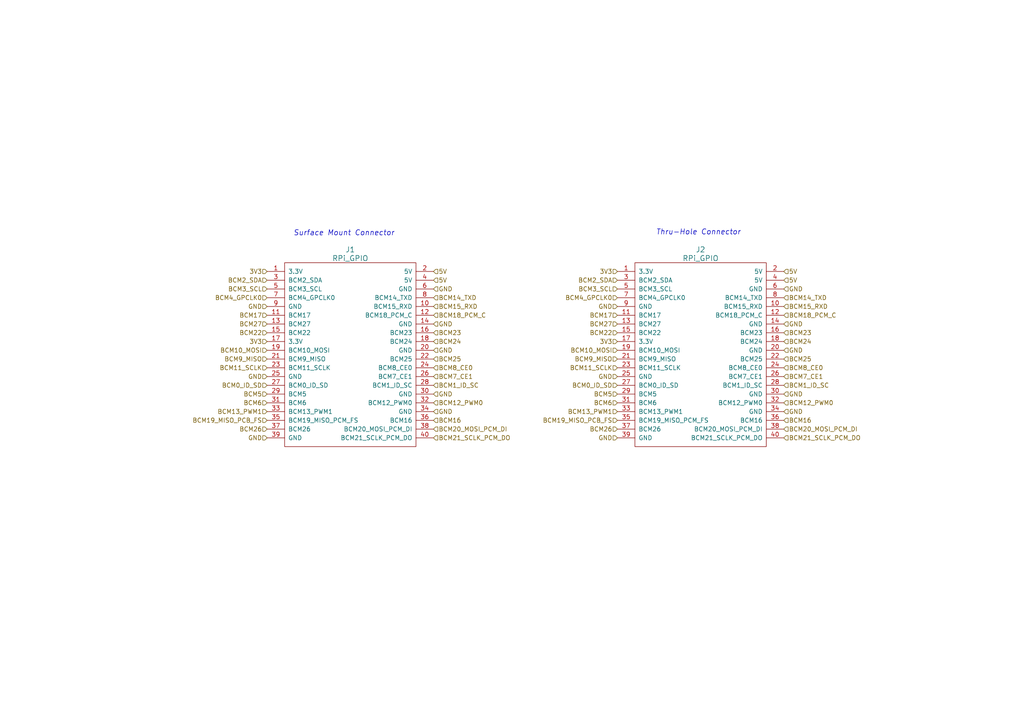
<source format=kicad_sch>
(kicad_sch (version 20231120) (generator "eeschema") (generator_version "8.0")
  (paper "A4")
  (lib_symbols
    (symbol "RPi_Hat1:RPi_GPIO_1" (pin_names (offset 1.016))
      (property "Reference" "J1" (at 19.05 6.35 0))
      (property "Value" "RPi_GPIO" (at 19.05 3.81 0))
      (symbol "RPi_GPIO_1_0_1"
        (rectangle (start 0 2.54) (end 38.1 -50.8))
      )
      (symbol "RPi_GPIO_1_1_1"
        (pin power_in line (at -5.08 0 0) (length 5.08) (name "3.3V") (number "1"))
        (pin bidirectional line (at 43.18 -10.16 180) (length 5.08) (name "BCM15_RXD") (number "10"))
        (pin bidirectional line (at -5.08 -12.7 0) (length 5.08) (name "BCM17") (number "11"))
        (pin bidirectional line (at 43.18 -12.7 180) (length 5.08) (name "BCM18_PCM_C") (number "12"))
        (pin bidirectional line (at -5.08 -15.24 0) (length 5.08) (name "BCM27") (number "13"))
        (pin power_in line (at 43.18 -15.24 180) (length 5.08) (name "GND") (number "14"))
        (pin bidirectional line (at -5.08 -17.78 0) (length 5.08) (name "BCM22") (number "15"))
        (pin bidirectional line (at 43.18 -17.78 180) (length 5.08) (name "BCM23") (number "16"))
        (pin power_in line (at -5.08 -20.32 0) (length 5.08) (name "3.3V") (number "17"))
        (pin bidirectional line (at 43.18 -20.32 180) (length 5.08) (name "BCM24") (number "18"))
        (pin bidirectional line (at -5.08 -22.86 0) (length 5.08) (name "BCM10_MOSI") (number "19"))
        (pin power_in line (at 43.18 0 180) (length 5.08) (name "5V") (number "2"))
        (pin power_in line (at 43.18 -22.86 180) (length 5.08) (name "GND") (number "20"))
        (pin bidirectional line (at -5.08 -25.4 0) (length 5.08) (name "BCM9_MISO") (number "21"))
        (pin bidirectional line (at 43.18 -25.4 180) (length 5.08) (name "BCM25") (number "22"))
        (pin bidirectional line (at -5.08 -27.94 0) (length 5.08) (name "BCM11_SCLK") (number "23"))
        (pin bidirectional line (at 43.18 -27.94 180) (length 5.08) (name "BCM8_CE0") (number "24"))
        (pin power_in line (at -5.08 -30.48 0) (length 5.08) (name "GND") (number "25"))
        (pin bidirectional line (at 43.18 -30.48 180) (length 5.08) (name "BCM7_CE1") (number "26"))
        (pin bidirectional line (at -5.08 -33.02 0) (length 5.08) (name "BCM0_ID_SD") (number "27"))
        (pin bidirectional line (at 43.18 -33.02 180) (length 5.08) (name "BCM1_ID_SC") (number "28"))
        (pin bidirectional line (at -5.08 -35.56 0) (length 5.08) (name "BCM5") (number "29"))
        (pin bidirectional line (at -5.08 -2.54 0) (length 5.08) (name "BCM2_SDA") (number "3"))
        (pin power_in line (at 43.18 -35.56 180) (length 5.08) (name "GND") (number "30"))
        (pin bidirectional line (at -5.08 -38.1 0) (length 5.08) (name "BCM6") (number "31"))
        (pin bidirectional line (at 43.18 -38.1 180) (length 5.08) (name "BCM12_PWM0") (number "32"))
        (pin bidirectional line (at -5.08 -40.64 0) (length 5.08) (name "BCM13_PWM1") (number "33"))
        (pin power_in line (at 43.18 -40.64 180) (length 5.08) (name "GND") (number "34"))
        (pin bidirectional line (at -5.08 -43.18 0) (length 5.08) (name "BCM19_MISO_PCM_FS") (number "35"))
        (pin bidirectional line (at 43.18 -43.18 180) (length 5.08) (name "BCM16") (number "36"))
        (pin bidirectional line (at -5.08 -45.72 0) (length 5.08) (name "BCM26") (number "37"))
        (pin bidirectional line (at 43.18 -45.72 180) (length 5.08) (name "BCM20_MOSI_PCM_DI") (number "38"))
        (pin power_in line (at -5.08 -48.26 0) (length 5.08) (name "GND") (number "39"))
        (pin power_in line (at 43.18 -2.54 180) (length 5.08) (name "5V") (number "4"))
        (pin bidirectional line (at 43.18 -48.26 180) (length 5.08) (name "BCM21_SCLK_PCM_DO") (number "40"))
        (pin bidirectional line (at -5.08 -5.08 0) (length 5.08) (name "BCM3_SCL") (number "5"))
        (pin power_in line (at 43.18 -5.08 180) (length 5.08) (name "GND") (number "6"))
        (pin bidirectional line (at -5.08 -7.62 0) (length 5.08) (name "BCM4_GPCLK0") (number "7"))
        (pin bidirectional line (at 43.18 -7.62 180) (length 5.08) (name "BCM14_TXD") (number "8"))
        (pin power_in line (at -5.08 -10.16 0) (length 5.08) (name "GND") (number "9"))
      )
    )
  )
  (text "Thru-Hole Connector" (at 190.246 68.326 0) (effects (font (size 1.524 1.524) (italic yes)) (justify left bottom)))
  (text "Surface Mount Connector" (at 85.09 68.58 0) (effects (font (size 1.524 1.524) (italic yes)) (justify left bottom)))
  (hierarchical_label "GND" (shape input) (at 227.33 114.3 0))
  (hierarchical_label "BCM11_SCLK" (shape input) (at 77.47 106.68 180))
  (hierarchical_label "BCM8_CE0" (shape input) (at 125.73 106.68 0))
  (hierarchical_label "BCM23" (shape input) (at 227.33 96.52 0))
  (hierarchical_label "BCM27" (shape input) (at 77.47 93.98 180))
  (hierarchical_label "5V" (shape input) (at 125.73 81.28 0))
  (hierarchical_label "BCM18_PCM_C" (shape input) (at 125.73 91.44 0))
  (hierarchical_label "BCM24" (shape input) (at 125.73 99.06 0))
  (hierarchical_label "BCM22" (shape input) (at 179.07 96.52 180))
  (hierarchical_label "BCM25" (shape input) (at 227.33 104.14 0))
  (hierarchical_label "3V3" (shape input) (at 179.07 78.74 180))
  (hierarchical_label "BCM15_RXD" (shape input) (at 125.73 88.9 0))
  (hierarchical_label "GND" (shape input) (at 179.07 88.9 180))
  (hierarchical_label "GND" (shape input) (at 125.73 83.82 0))
  (hierarchical_label "5V" (shape input) (at 125.73 78.74 0))
  (hierarchical_label "BCM4_GPCLK0" (shape input) (at 179.07 86.36 180))
  (hierarchical_label "BCM17" (shape input) (at 77.47 91.44 180))
  (hierarchical_label "BCM20_MOSI_PCM_DI" (shape input) (at 125.73 124.46 0))
  (hierarchical_label "BCM14_TXD" (shape input) (at 227.33 86.36 0))
  (hierarchical_label "BCM12_PWM0" (shape input) (at 125.73 116.84 0))
  (hierarchical_label "BCM1_ID_SC" (shape input) (at 227.33 111.76 0))
  (hierarchical_label "GND" (shape input) (at 77.47 88.9 180))
  (hierarchical_label "BCM27" (shape input) (at 179.07 93.98 180))
  (hierarchical_label "BCM26" (shape input) (at 179.07 124.46 180))
  (hierarchical_label "BCM10_MOSI" (shape input) (at 77.47 101.6 180))
  (hierarchical_label "BCM2_SDA" (shape input) (at 179.07 81.28 180))
  (hierarchical_label "BCM15_RXD" (shape input) (at 227.33 88.9 0))
  (hierarchical_label "BCM21_SCLK_PCM_DO" (shape input) (at 125.73 127 0))
  (hierarchical_label "BCM9_MISO" (shape input) (at 179.07 104.14 180))
  (hierarchical_label "BCM17" (shape input) (at 179.07 91.44 180))
  (hierarchical_label "BCM1_ID_SC" (shape input) (at 125.73 111.76 0))
  (hierarchical_label "GND" (shape input) (at 125.73 93.98 0))
  (hierarchical_label "GND" (shape input) (at 77.47 127 180))
  (hierarchical_label "BCM20_MOSI_PCM_DI" (shape input) (at 227.33 124.46 0))
  (hierarchical_label "GND" (shape input) (at 227.33 83.82 0))
  (hierarchical_label "BCM4_GPCLK0" (shape input) (at 77.47 86.36 180))
  (hierarchical_label "5V" (shape input) (at 227.33 78.74 0))
  (hierarchical_label "BCM14_TXD" (shape input) (at 125.73 86.36 0))
  (hierarchical_label "BCM2_SDA" (shape input) (at 77.47 81.28 180))
  (hierarchical_label "3V3" (shape input) (at 179.07 99.06 180))
  (hierarchical_label "BCM12_PWM0" (shape input) (at 227.33 116.84 0))
  (hierarchical_label "BCM6" (shape input) (at 77.47 116.84 180))
  (hierarchical_label "BCM23" (shape input) (at 125.73 96.52 0))
  (hierarchical_label "BCM9_MISO" (shape input) (at 77.47 104.14 180))
  (hierarchical_label "BCM24" (shape input) (at 227.33 99.06 0))
  (hierarchical_label "BCM26" (shape input) (at 77.47 124.46 180))
  (hierarchical_label "BCM13_PWM1" (shape input) (at 77.47 119.38 180))
  (hierarchical_label "BCM18_PCM_C" (shape input) (at 227.33 91.44 0))
  (hierarchical_label "GND" (shape input) (at 125.73 101.6 0))
  (hierarchical_label "GND" (shape input) (at 179.07 127 180))
  (hierarchical_label "GND" (shape input) (at 125.73 114.3 0))
  (hierarchical_label "BCM3_SCL" (shape input) (at 77.47 83.82 180))
  (hierarchical_label "BCM0_ID_SD" (shape input) (at 179.07 111.76 180))
  (hierarchical_label "GND" (shape input) (at 227.33 93.98 0))
  (hierarchical_label "BCM3_SCL" (shape input) (at 179.07 83.82 180))
  (hierarchical_label "BCM5" (shape input) (at 179.07 114.3 180))
  (hierarchical_label "BCM7_CE1" (shape input) (at 227.33 109.22 0))
  (hierarchical_label "BCM6" (shape input) (at 179.07 116.84 180))
  (hierarchical_label "GND" (shape input) (at 179.07 109.22 180))
  (hierarchical_label "3V3" (shape input) (at 77.47 78.74 180))
  (hierarchical_label "BCM22" (shape input) (at 77.47 96.52 180))
  (hierarchical_label "BCM7_CE1" (shape input) (at 125.73 109.22 0))
  (hierarchical_label "GND" (shape input) (at 227.33 101.6 0))
  (hierarchical_label "BCM8_CE0" (shape input) (at 227.33 106.68 0))
  (hierarchical_label "3V3" (shape input) (at 77.47 99.06 180))
  (hierarchical_label "BCM11_SCLK" (shape input) (at 179.07 106.68 180))
  (hierarchical_label "BCM16" (shape input) (at 227.33 121.92 0))
  (hierarchical_label "GND" (shape input) (at 227.33 119.38 0))
  (hierarchical_label "BCM16" (shape input) (at 125.73 121.92 0))
  (hierarchical_label "BCM10_MOSI" (shape input) (at 179.07 101.6 180))
  (hierarchical_label "BCM19_MISO_PCB_FS" (shape input) (at 77.47 121.92 180))
  (hierarchical_label "BCM13_PWM1" (shape input) (at 179.07 119.38 180))
  (hierarchical_label "GND" (shape input) (at 125.73 119.38 0))
  (hierarchical_label "BCM5" (shape input) (at 77.47 114.3 180))
  (hierarchical_label "5V" (shape input) (at 227.33 81.28 0))
  (hierarchical_label "BCM21_SCLK_PCM_DO" (shape input) (at 227.33 127 0))
  (hierarchical_label "BCM0_ID_SD" (shape input) (at 77.47 111.76 180))
  (hierarchical_label "GND" (shape input) (at 77.47 109.22 180))
  (hierarchical_label "BCM19_MISO_PCB_FS" (shape input) (at 179.07 121.92 180))
  (hierarchical_label "BCM25" (shape input) (at 125.73 104.14 0))
  (symbol (lib_id "RPi_Hat1:RPi_GPIO_1") (at 82.55 78.74 0) (unit 1)
    (property "Reference" "J1" (at 101.6 72.39 0) (effects (font (size 1.524 1.524))))
    (property "Value" "RPi_GPIO" (at 101.6 74.93 0) (effects (font (size 1.524 1.524))))
    (property "Footprint" "RPi_Hat:Samtec_HLE-120-02-XXX-DV-BE-XX-XX" (effects (hide yes)))
  )
  (symbol (lib_id "RPi_Hat1:RPi_GPIO_1") (at 184.15 78.74 0) (unit 1)
    (property "Reference" "J2" (at 203.2 72.39 0) (effects (font (size 1.524 1.524))))
    (property "Value" "RPi_GPIO" (at 203.2 74.93 0) (effects (font (size 1.524 1.524))))
    (property "Footprint" "[SLCx_TEMP2]_Template_1_RPi_Hat:Pin_Header_Straight_2x20" (effects (hide yes)))
  )
)
</source>
